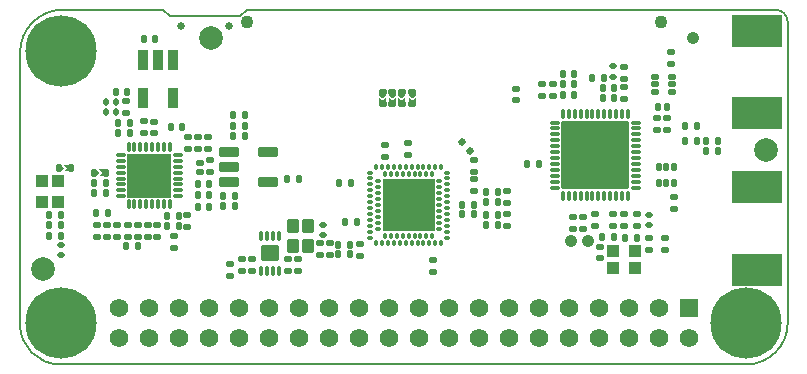
<source format=gbs>
G04*
G04 #@! TF.GenerationSoftware,Altium Limited,CircuitStudio,1.5.2 (30)*
G04*
G04 Layer_Color=8150272*
%FSLAX25Y25*%
%MOIN*%
G70*
G01*
G75*
%ADD54C,0.00500*%
G04:AMPARAMS|DCode=101|XSize=26.38mil|YSize=22.44mil|CornerRadius=6.3mil|HoleSize=0mil|Usage=FLASHONLY|Rotation=0.000|XOffset=0mil|YOffset=0mil|HoleType=Round|Shape=RoundedRectangle|*
%AMROUNDEDRECTD101*
21,1,0.02638,0.00984,0,0,0.0*
21,1,0.01378,0.02244,0,0,0.0*
1,1,0.01260,0.00689,-0.00492*
1,1,0.01260,-0.00689,-0.00492*
1,1,0.01260,-0.00689,0.00492*
1,1,0.01260,0.00689,0.00492*
%
%ADD101ROUNDEDRECTD101*%
%ADD102C,0.04137*%
G04:AMPARAMS|DCode=103|XSize=26.38mil|YSize=20.47mil|CornerRadius=5.81mil|HoleSize=0mil|Usage=FLASHONLY|Rotation=180.000|XOffset=0mil|YOffset=0mil|HoleType=Round|Shape=RoundedRectangle|*
%AMROUNDEDRECTD103*
21,1,0.02638,0.00886,0,0,180.0*
21,1,0.01476,0.02047,0,0,180.0*
1,1,0.01161,-0.00738,0.00443*
1,1,0.01161,0.00738,0.00443*
1,1,0.01161,0.00738,-0.00443*
1,1,0.01161,-0.00738,-0.00443*
%
%ADD103ROUNDEDRECTD103*%
G04:AMPARAMS|DCode=104|XSize=26.38mil|YSize=22.44mil|CornerRadius=6.3mil|HoleSize=0mil|Usage=FLASHONLY|Rotation=90.000|XOffset=0mil|YOffset=0mil|HoleType=Round|Shape=RoundedRectangle|*
%AMROUNDEDRECTD104*
21,1,0.02638,0.00984,0,0,90.0*
21,1,0.01378,0.02244,0,0,90.0*
1,1,0.01260,0.00492,0.00689*
1,1,0.01260,0.00492,-0.00689*
1,1,0.01260,-0.00492,-0.00689*
1,1,0.01260,-0.00492,0.00689*
%
%ADD104ROUNDEDRECTD104*%
G04:AMPARAMS|DCode=105|XSize=24.41mil|YSize=20.47mil|CornerRadius=5.81mil|HoleSize=0mil|Usage=FLASHONLY|Rotation=270.000|XOffset=0mil|YOffset=0mil|HoleType=Round|Shape=RoundedRectangle|*
%AMROUNDEDRECTD105*
21,1,0.02441,0.00886,0,0,270.0*
21,1,0.01280,0.02047,0,0,270.0*
1,1,0.01161,-0.00443,-0.00640*
1,1,0.01161,-0.00443,0.00640*
1,1,0.01161,0.00443,0.00640*
1,1,0.01161,0.00443,-0.00640*
%
%ADD105ROUNDEDRECTD105*%
G04:AMPARAMS|DCode=119|XSize=24.41mil|YSize=20.47mil|CornerRadius=5.81mil|HoleSize=0mil|Usage=FLASHONLY|Rotation=0.000|XOffset=0mil|YOffset=0mil|HoleType=Round|Shape=RoundedRectangle|*
%AMROUNDEDRECTD119*
21,1,0.02441,0.00886,0,0,0.0*
21,1,0.01280,0.02047,0,0,0.0*
1,1,0.01161,0.00640,-0.00443*
1,1,0.01161,-0.00640,-0.00443*
1,1,0.01161,-0.00640,0.00443*
1,1,0.01161,0.00640,0.00443*
%
%ADD119ROUNDEDRECTD119*%
%ADD122R,0.16796X0.10792*%
%ADD123C,0.07874*%
G04:AMPARAMS|DCode=126|XSize=26.38mil|YSize=20.47mil|CornerRadius=5.81mil|HoleSize=0mil|Usage=FLASHONLY|Rotation=270.000|XOffset=0mil|YOffset=0mil|HoleType=Round|Shape=RoundedRectangle|*
%AMROUNDEDRECTD126*
21,1,0.02638,0.00886,0,0,270.0*
21,1,0.01476,0.02047,0,0,270.0*
1,1,0.01161,-0.00443,-0.00738*
1,1,0.01161,-0.00443,0.00738*
1,1,0.01161,0.00443,0.00738*
1,1,0.01161,0.00443,-0.00738*
%
%ADD126ROUNDEDRECTD126*%
G04:AMPARAMS|DCode=127|XSize=16.93mil|YSize=25.76mil|CornerRadius=2.09mil|HoleSize=0mil|Usage=FLASHONLY|Rotation=180.000|XOffset=0mil|YOffset=0mil|HoleType=Round|Shape=RoundedRectangle|*
%AMROUNDEDRECTD127*
21,1,0.01693,0.02158,0,0,180.0*
21,1,0.01276,0.02576,0,0,180.0*
1,1,0.00417,-0.00638,0.01079*
1,1,0.00417,0.00638,0.01079*
1,1,0.00417,0.00638,-0.01079*
1,1,0.00417,-0.00638,-0.01079*
%
%ADD127ROUNDEDRECTD127*%
G04:AMPARAMS|DCode=128|XSize=16.93mil|YSize=25.76mil|CornerRadius=2.09mil|HoleSize=0mil|Usage=FLASHONLY|Rotation=270.000|XOffset=0mil|YOffset=0mil|HoleType=Round|Shape=RoundedRectangle|*
%AMROUNDEDRECTD128*
21,1,0.01693,0.02158,0,0,270.0*
21,1,0.01276,0.02576,0,0,270.0*
1,1,0.00417,-0.01079,-0.00638*
1,1,0.00417,-0.01079,0.00638*
1,1,0.00417,0.01079,0.00638*
1,1,0.00417,0.01079,-0.00638*
%
%ADD128ROUNDEDRECTD128*%
%ADD135C,0.02662*%
%ADD136C,0.06206*%
%ADD137R,0.06206X0.06206*%
%ADD138C,0.23748*%
%ADD139C,0.04300*%
G04:AMPARAMS|DCode=140|XSize=42.37mil|YSize=40.4mil|CornerRadius=3.37mil|HoleSize=0mil|Usage=FLASHONLY|Rotation=90.000|XOffset=0mil|YOffset=0mil|HoleType=Round|Shape=RoundedRectangle|*
%AMROUNDEDRECTD140*
21,1,0.04237,0.03366,0,0,90.0*
21,1,0.03563,0.04040,0,0,90.0*
1,1,0.00674,0.01683,0.01782*
1,1,0.00674,0.01683,-0.01782*
1,1,0.00674,-0.01683,-0.01782*
1,1,0.00674,-0.01683,0.01782*
%
%ADD140ROUNDEDRECTD140*%
G04:AMPARAMS|DCode=141|XSize=42.37mil|YSize=40.4mil|CornerRadius=3.37mil|HoleSize=0mil|Usage=FLASHONLY|Rotation=180.000|XOffset=0mil|YOffset=0mil|HoleType=Round|Shape=RoundedRectangle|*
%AMROUNDEDRECTD141*
21,1,0.04237,0.03366,0,0,180.0*
21,1,0.03563,0.04040,0,0,180.0*
1,1,0.00674,-0.01782,0.01683*
1,1,0.00674,0.01782,0.01683*
1,1,0.00674,0.01782,-0.01683*
1,1,0.00674,-0.01782,-0.01683*
%
%ADD141ROUNDEDRECTD141*%
%ADD142O,0.01284X0.03450*%
%ADD143O,0.03450X0.01284*%
%ADD144R,0.14867X0.14867*%
G04:AMPARAMS|DCode=145|XSize=227.41mil|YSize=227.41mil|CornerRadius=7.11mil|HoleSize=0mil|Usage=FLASHONLY|Rotation=90.000|XOffset=0mil|YOffset=0mil|HoleType=Round|Shape=RoundedRectangle|*
%AMROUNDEDRECTD145*
21,1,0.22741,0.21319,0,0,90.0*
21,1,0.21319,0.22741,0,0,90.0*
1,1,0.01422,0.10659,0.10659*
1,1,0.01422,0.10659,-0.10659*
1,1,0.01422,-0.10659,-0.10659*
1,1,0.01422,-0.10659,0.10659*
%
%ADD145ROUNDEDRECTD145*%
G04:AMPARAMS|DCode=146|XSize=36.47mil|YSize=14.81mil|CornerRadius=6.22mil|HoleSize=0mil|Usage=FLASHONLY|Rotation=90.000|XOffset=0mil|YOffset=0mil|HoleType=Round|Shape=RoundedRectangle|*
%AMROUNDEDRECTD146*
21,1,0.03647,0.00236,0,0,90.0*
21,1,0.02402,0.01481,0,0,90.0*
1,1,0.01245,0.00118,0.01201*
1,1,0.01245,0.00118,-0.01201*
1,1,0.01245,-0.00118,-0.01201*
1,1,0.01245,-0.00118,0.01201*
%
%ADD146ROUNDEDRECTD146*%
G04:AMPARAMS|DCode=147|XSize=36.47mil|YSize=14.81mil|CornerRadius=6.22mil|HoleSize=0mil|Usage=FLASHONLY|Rotation=180.000|XOffset=0mil|YOffset=0mil|HoleType=Round|Shape=RoundedRectangle|*
%AMROUNDEDRECTD147*
21,1,0.03647,0.00236,0,0,180.0*
21,1,0.02402,0.01481,0,0,180.0*
1,1,0.01245,-0.01201,0.00118*
1,1,0.01245,0.01201,0.00118*
1,1,0.01245,0.01201,-0.00118*
1,1,0.01245,-0.01201,-0.00118*
%
%ADD147ROUNDEDRECTD147*%
G04:AMPARAMS|DCode=148|XSize=176.23mil|YSize=176.23mil|CornerRadius=5.83mil|HoleSize=0mil|Usage=FLASHONLY|Rotation=180.000|XOffset=0mil|YOffset=0mil|HoleType=Round|Shape=RoundedRectangle|*
%AMROUNDEDRECTD148*
21,1,0.17623,0.16457,0,0,180.0*
21,1,0.16457,0.17623,0,0,180.0*
1,1,0.01166,-0.08228,0.08228*
1,1,0.01166,0.08228,0.08228*
1,1,0.01166,0.08228,-0.08228*
1,1,0.01166,-0.08228,-0.08228*
%
%ADD148ROUNDEDRECTD148*%
G04:AMPARAMS|DCode=149|XSize=18.75mil|YSize=11.66mil|CornerRadius=2.37mil|HoleSize=0mil|Usage=FLASHONLY|Rotation=270.000|XOffset=0mil|YOffset=0mil|HoleType=Round|Shape=RoundedRectangle|*
%AMROUNDEDRECTD149*
21,1,0.01875,0.00693,0,0,270.0*
21,1,0.01402,0.01166,0,0,270.0*
1,1,0.00473,-0.00347,-0.00701*
1,1,0.00473,-0.00347,0.00701*
1,1,0.00473,0.00347,0.00701*
1,1,0.00473,0.00347,-0.00701*
%
%ADD149ROUNDEDRECTD149*%
G04:AMPARAMS|DCode=150|XSize=18.75mil|YSize=11.66mil|CornerRadius=2.37mil|HoleSize=0mil|Usage=FLASHONLY|Rotation=0.000|XOffset=0mil|YOffset=0mil|HoleType=Round|Shape=RoundedRectangle|*
%AMROUNDEDRECTD150*
21,1,0.01875,0.00693,0,0,0.0*
21,1,0.01402,0.01166,0,0,0.0*
1,1,0.00473,0.00701,-0.00347*
1,1,0.00473,-0.00701,-0.00347*
1,1,0.00473,-0.00701,0.00347*
1,1,0.00473,0.00701,0.00347*
%
%ADD150ROUNDEDRECTD150*%
G04:AMPARAMS|DCode=151|XSize=59.09mil|YSize=55.15mil|CornerRadius=6.32mil|HoleSize=0mil|Usage=FLASHONLY|Rotation=180.000|XOffset=0mil|YOffset=0mil|HoleType=Round|Shape=RoundedRectangle|*
%AMROUNDEDRECTD151*
21,1,0.05909,0.04252,0,0,180.0*
21,1,0.04646,0.05515,0,0,180.0*
1,1,0.01263,-0.02323,0.02126*
1,1,0.01263,0.02323,0.02126*
1,1,0.01263,0.02323,-0.02126*
1,1,0.01263,-0.02323,-0.02126*
%
%ADD151ROUNDEDRECTD151*%
G04:AMPARAMS|DCode=152|XSize=31.53mil|YSize=13.81mil|CornerRadius=3.95mil|HoleSize=0mil|Usage=FLASHONLY|Rotation=270.000|XOffset=0mil|YOffset=0mil|HoleType=Round|Shape=RoundedRectangle|*
%AMROUNDEDRECTD152*
21,1,0.03153,0.00591,0,0,270.0*
21,1,0.02363,0.01381,0,0,270.0*
1,1,0.00791,-0.00295,-0.01181*
1,1,0.00791,-0.00295,0.01181*
1,1,0.00791,0.00295,0.01181*
1,1,0.00791,0.00295,-0.01181*
%
%ADD152ROUNDEDRECTD152*%
G04:AMPARAMS|DCode=153|XSize=28.59mil|YSize=16.78mil|CornerRadius=2.88mil|HoleSize=0mil|Usage=FLASHONLY|Rotation=180.000|XOffset=0mil|YOffset=0mil|HoleType=Round|Shape=RoundedRectangle|*
%AMROUNDEDRECTD153*
21,1,0.02859,0.01102,0,0,180.0*
21,1,0.02284,0.01678,0,0,180.0*
1,1,0.00576,-0.01142,0.00551*
1,1,0.00576,0.01142,0.00551*
1,1,0.00576,0.01142,-0.00551*
1,1,0.00576,-0.01142,-0.00551*
%
%ADD153ROUNDEDRECTD153*%
G04:AMPARAMS|DCode=154|XSize=28.59mil|YSize=16.78mil|CornerRadius=2.88mil|HoleSize=0mil|Usage=FLASHONLY|Rotation=90.000|XOffset=0mil|YOffset=0mil|HoleType=Round|Shape=RoundedRectangle|*
%AMROUNDEDRECTD154*
21,1,0.02859,0.01102,0,0,90.0*
21,1,0.02284,0.01678,0,0,90.0*
1,1,0.00576,0.00551,0.01142*
1,1,0.00576,0.00551,-0.01142*
1,1,0.00576,-0.00551,-0.01142*
1,1,0.00576,-0.00551,0.01142*
%
%ADD154ROUNDEDRECTD154*%
G04:AMPARAMS|DCode=155|XSize=26.38mil|YSize=20.47mil|CornerRadius=5.81mil|HoleSize=0mil|Usage=FLASHONLY|Rotation=225.000|XOffset=0mil|YOffset=0mil|HoleType=Round|Shape=RoundedRectangle|*
%AMROUNDEDRECTD155*
21,1,0.02638,0.00886,0,0,225.0*
21,1,0.01476,0.02047,0,0,225.0*
1,1,0.01161,-0.00835,-0.00209*
1,1,0.01161,0.00209,0.00835*
1,1,0.01161,0.00835,0.00209*
1,1,0.01161,-0.00209,-0.00835*
%
%ADD155ROUNDEDRECTD155*%
G04:AMPARAMS|DCode=156|XSize=67.96mil|YSize=32.92mil|CornerRadius=3mil|HoleSize=0mil|Usage=FLASHONLY|Rotation=90.000|XOffset=0mil|YOffset=0mil|HoleType=Round|Shape=RoundedRectangle|*
%AMROUNDEDRECTD156*
21,1,0.06796,0.02693,0,0,90.0*
21,1,0.06197,0.03292,0,0,90.0*
1,1,0.00599,0.01347,0.03098*
1,1,0.00599,0.01347,-0.03098*
1,1,0.00599,-0.01347,-0.03098*
1,1,0.00599,-0.01347,0.03098*
%
%ADD156ROUNDEDRECTD156*%
G04:AMPARAMS|DCode=157|XSize=38.19mil|YSize=46.06mil|CornerRadius=2.26mil|HoleSize=0mil|Usage=FLASHONLY|Rotation=0.000|XOffset=0mil|YOffset=0mil|HoleType=Round|Shape=RoundedRectangle|*
%AMROUNDEDRECTD157*
21,1,0.03819,0.04154,0,0,0.0*
21,1,0.03366,0.04606,0,0,0.0*
1,1,0.00453,0.01683,-0.02077*
1,1,0.00453,-0.01683,-0.02077*
1,1,0.00453,-0.01683,0.02077*
1,1,0.00453,0.01683,0.02077*
%
%ADD157ROUNDEDRECTD157*%
G04:AMPARAMS|DCode=158|XSize=68mil|YSize=33mil|CornerRadius=4.5mil|HoleSize=0mil|Usage=FLASHONLY|Rotation=180.000|XOffset=0mil|YOffset=0mil|HoleType=Round|Shape=RoundedRectangle|*
%AMROUNDEDRECTD158*
21,1,0.06800,0.02400,0,0,180.0*
21,1,0.05900,0.03300,0,0,180.0*
1,1,0.00900,-0.02950,0.01200*
1,1,0.00900,0.02950,0.01200*
1,1,0.00900,0.02950,-0.01200*
1,1,0.00900,-0.02950,-0.01200*
%
%ADD158ROUNDEDRECTD158*%
G36*
X1051006Y763781D02*
X1049306D01*
Y763881D01*
X1050206Y764781D01*
Y765081D01*
X1049306Y765981D01*
Y766081D01*
X1051006D01*
Y763781D01*
D02*
G37*
G36*
X1156676Y786681D02*
X1154376D01*
Y788381D01*
X1154476D01*
X1155376Y787481D01*
X1155676D01*
X1156576Y788381D01*
X1156676D01*
Y786681D01*
D02*
G37*
G36*
X1159876D02*
X1157576D01*
Y788381D01*
X1157676D01*
X1158576Y787481D01*
X1158876D01*
X1159776Y788381D01*
X1159876D01*
Y786681D01*
D02*
G37*
G36*
X1060946Y763551D02*
Y763251D01*
X1059946Y762251D01*
X1059146D01*
Y764551D01*
X1059946D01*
X1060946Y763551D01*
D02*
G37*
G36*
X1062706Y762251D02*
X1061006D01*
Y762351D01*
X1061906Y763251D01*
Y763551D01*
X1061006Y764451D01*
Y764551D01*
X1062706D01*
Y762251D01*
D02*
G37*
G36*
X1049246Y765081D02*
Y764781D01*
X1048246Y763781D01*
X1047446D01*
Y766081D01*
X1048246D01*
X1049246Y765081D01*
D02*
G37*
G36*
X1159876Y789281D02*
X1158876Y788281D01*
X1158576D01*
X1157576Y789281D01*
Y790081D01*
X1159876D01*
Y789281D01*
D02*
G37*
G36*
X1163076D02*
X1162076Y788281D01*
X1161776D01*
X1160776Y789281D01*
Y790081D01*
X1163076D01*
Y789281D01*
D02*
G37*
G36*
X1166476D02*
X1165476Y788281D01*
X1165176D01*
X1164176Y789281D01*
Y790081D01*
X1166476D01*
Y789281D01*
D02*
G37*
G36*
X1163076Y786681D02*
X1160776D01*
Y788381D01*
X1160876D01*
X1161776Y787481D01*
X1162076D01*
X1162976Y788381D01*
X1163076D01*
Y786681D01*
D02*
G37*
G36*
X1166476D02*
X1164176D01*
Y788381D01*
X1164276D01*
X1165176Y787481D01*
X1165476D01*
X1166376Y788381D01*
X1166476D01*
Y786681D01*
D02*
G37*
G36*
X1156676Y789281D02*
X1155676Y788281D01*
X1155376D01*
X1154376Y789281D01*
Y790081D01*
X1156676D01*
Y789281D01*
D02*
G37*
D54*
X1276749Y699502D02*
G03*
X1290528Y713281I0J13780D01*
G01*
X1034623Y712769D02*
G03*
X1047891Y699502I13268J0D01*
G01*
X1048995Y817730D02*
G03*
X1034623Y803358I0J-14372D01*
G01*
X1290528Y813564D02*
G03*
X1286362Y817730I-4166J0D01*
G01*
X1047891Y699502D02*
X1276749Y699502D01*
X1034623Y712769D02*
X1034623Y796470D01*
X1290528Y718006D02*
Y767631D01*
X1084591Y815466D02*
X1107961D01*
X1034623Y796470D02*
Y803358D01*
X1290528Y713281D02*
Y718006D01*
X1110224Y817730D02*
X1286362D01*
X1290528Y767631D02*
Y813564D01*
X1082327Y817730D02*
X1084591Y815466D01*
X1048995Y817730D02*
X1082327D01*
X1107961Y815466D02*
X1110224Y817730D01*
D101*
X1236076Y798550D02*
D03*
Y794613D02*
D03*
X1137806Y739940D02*
D03*
Y736003D02*
D03*
X1134506Y739920D02*
D03*
Y735983D02*
D03*
X1199991Y787484D02*
D03*
Y791421D02*
D03*
X1085876Y738413D02*
D03*
Y742350D02*
D03*
X1090776Y775150D02*
D03*
Y771213D02*
D03*
X1111976Y730743D02*
D03*
Y734680D02*
D03*
X1244141Y741698D02*
D03*
Y737761D02*
D03*
X1240204Y745635D02*
D03*
Y749572D02*
D03*
X1236076Y787913D02*
D03*
Y791850D02*
D03*
X1247103Y777572D02*
D03*
Y781509D02*
D03*
X1222276Y744713D02*
D03*
Y748650D02*
D03*
X1232330Y749572D02*
D03*
Y745635D02*
D03*
X1212251Y792879D02*
D03*
Y788942D02*
D03*
X1208708D02*
D03*
Y792879D02*
D03*
X1097376Y775150D02*
D03*
Y771213D02*
D03*
X1156175Y768727D02*
D03*
Y772664D02*
D03*
X1147876Y739550D02*
D03*
Y735613D02*
D03*
X1172376Y734150D02*
D03*
Y730213D02*
D03*
X1164032Y773242D02*
D03*
Y769305D02*
D03*
X1060176Y746050D02*
D03*
Y742113D02*
D03*
X1076076Y780450D02*
D03*
Y776513D02*
D03*
X1079239Y780427D02*
D03*
Y776490D02*
D03*
X1070479Y746027D02*
D03*
Y742090D02*
D03*
X1077172D02*
D03*
Y746027D02*
D03*
X1080322Y742090D02*
D03*
Y746027D02*
D03*
X1227976Y738750D02*
D03*
Y734813D02*
D03*
X1090410Y745289D02*
D03*
Y749226D02*
D03*
X1069876Y787250D02*
D03*
Y783313D02*
D03*
X1252676Y755350D02*
D03*
Y751413D02*
D03*
X1236070Y749572D02*
D03*
Y745635D02*
D03*
X1250253Y777572D02*
D03*
Y781509D02*
D03*
X1251631Y799620D02*
D03*
Y803557D02*
D03*
D102*
X1259076Y808281D02*
D03*
X1218396Y740711D02*
D03*
X1223876Y740681D02*
D03*
D103*
X1249476Y737681D02*
D03*
Y741681D02*
D03*
X1124026Y734711D02*
D03*
Y730711D02*
D03*
X1127216Y734671D02*
D03*
Y730671D02*
D03*
X1108586Y734741D02*
D03*
Y730741D02*
D03*
X1165316Y786401D02*
D03*
Y790401D02*
D03*
X1161956Y786401D02*
D03*
Y790401D02*
D03*
X1158716Y786391D02*
D03*
Y790391D02*
D03*
X1155536Y786411D02*
D03*
Y790411D02*
D03*
X1196956Y753243D02*
D03*
Y757243D02*
D03*
X1196956Y745566D02*
D03*
Y749566D02*
D03*
X1218876Y748681D02*
D03*
Y744681D02*
D03*
X1186080Y763761D02*
D03*
Y767761D02*
D03*
X1185953Y757245D02*
D03*
Y761245D02*
D03*
X1104576Y728881D02*
D03*
Y732881D02*
D03*
X1073876Y746081D02*
D03*
Y742081D02*
D03*
X1067076D02*
D03*
Y746081D02*
D03*
X1094076Y775181D02*
D03*
Y771181D02*
D03*
X1063576Y746081D02*
D03*
Y742081D02*
D03*
X1226425Y745604D02*
D03*
Y749604D02*
D03*
X1097976Y767581D02*
D03*
Y763581D02*
D03*
D104*
X1048344Y749181D02*
D03*
X1044407D02*
D03*
X1070444Y790381D02*
D03*
X1066507D02*
D03*
X1048344Y742381D02*
D03*
X1044407D02*
D03*
X1048344Y745781D02*
D03*
X1044407D02*
D03*
X1059207Y763381D02*
D03*
X1063144D02*
D03*
X1240204Y741698D02*
D03*
X1236267D02*
D03*
X1232527Y741895D02*
D03*
X1228590D02*
D03*
X1207724Y766305D02*
D03*
X1203787D02*
D03*
X1229144Y794981D02*
D03*
X1225207D02*
D03*
X1219444Y789181D02*
D03*
X1215507D02*
D03*
X1219444Y792781D02*
D03*
X1215507D02*
D03*
X1232744Y791681D02*
D03*
X1228807D02*
D03*
X1232744Y788181D02*
D03*
X1228807D02*
D03*
X1215507Y796381D02*
D03*
X1219444D02*
D03*
X1144944Y759781D02*
D03*
X1141007D02*
D03*
X1143107Y747081D02*
D03*
X1147044D02*
D03*
X1063146Y760053D02*
D03*
X1059209D02*
D03*
X1059207Y756681D02*
D03*
X1063144D02*
D03*
X1060007Y750081D02*
D03*
X1063944D02*
D03*
X1074022Y738940D02*
D03*
X1070085D02*
D03*
X1097792Y759757D02*
D03*
X1093855D02*
D03*
X1084807Y778681D02*
D03*
X1088744D02*
D03*
X1067207Y776581D02*
D03*
X1071144D02*
D03*
X1067207Y779981D02*
D03*
X1071144D02*
D03*
X1097792Y755919D02*
D03*
X1093855D02*
D03*
X1097792Y752080D02*
D03*
X1093855D02*
D03*
X1127615Y761234D02*
D03*
X1123678D02*
D03*
X1079780Y807887D02*
D03*
X1075843D02*
D03*
X1109603Y782494D02*
D03*
X1105666D02*
D03*
X1109603Y779049D02*
D03*
X1105666D02*
D03*
X1109579Y775662D02*
D03*
X1105642D02*
D03*
X1182007Y749481D02*
D03*
X1185944D02*
D03*
Y752681D02*
D03*
X1182007D02*
D03*
D105*
X1063203Y783681D02*
D03*
X1066549D02*
D03*
X1063203Y786981D02*
D03*
X1066549D02*
D03*
D119*
X1135766Y742534D02*
D03*
Y745880D02*
D03*
X1048275Y739354D02*
D03*
Y736007D02*
D03*
X1244141Y745931D02*
D03*
Y749277D02*
D03*
X1232330Y798785D02*
D03*
Y795439D02*
D03*
D122*
X1280174Y758448D02*
D03*
Y730948D02*
D03*
Y810614D02*
D03*
Y783114D02*
D03*
D123*
X1283127Y770886D02*
D03*
X1098136Y808401D02*
D03*
X1042280Y731214D02*
D03*
D126*
X1102176Y755581D02*
D03*
X1106176D02*
D03*
X1051556Y764911D02*
D03*
X1047556D02*
D03*
X1260176Y778981D02*
D03*
X1256176D02*
D03*
X1260176Y773981D02*
D03*
X1256176D02*
D03*
X1267176Y770581D02*
D03*
X1263176D02*
D03*
X1267176Y773881D02*
D03*
X1263176D02*
D03*
X1190059Y756795D02*
D03*
X1194059D02*
D03*
X1190035Y753557D02*
D03*
X1194035D02*
D03*
X1190059Y749118D02*
D03*
X1194059D02*
D03*
X1083587Y745486D02*
D03*
X1087587D02*
D03*
X1102176Y752281D02*
D03*
X1106176D02*
D03*
X1190059Y745870D02*
D03*
X1194059D02*
D03*
X1140566Y739411D02*
D03*
X1144566D02*
D03*
X1083587Y749029D02*
D03*
X1087587D02*
D03*
X1140576Y736181D02*
D03*
X1144576D02*
D03*
D127*
X1247176Y785281D02*
D03*
X1250176D02*
D03*
D128*
X1094576Y763681D02*
D03*
Y766681D02*
D03*
D135*
X1104348Y812331D02*
D03*
X1088403D02*
D03*
D136*
X1097576Y718281D02*
D03*
Y708281D02*
D03*
X1087576Y718281D02*
D03*
Y708281D02*
D03*
X1077576Y718281D02*
D03*
Y708281D02*
D03*
X1067576Y718281D02*
D03*
Y708281D02*
D03*
X1107576D02*
D03*
Y718281D02*
D03*
X1117576Y708281D02*
D03*
Y718281D02*
D03*
X1127576Y708281D02*
D03*
Y718281D02*
D03*
X1137576Y708281D02*
D03*
Y718281D02*
D03*
X1147576Y708281D02*
D03*
Y718281D02*
D03*
X1157576Y708281D02*
D03*
Y718281D02*
D03*
X1167576Y708281D02*
D03*
Y718281D02*
D03*
X1177576Y708281D02*
D03*
Y718281D02*
D03*
X1187576Y708281D02*
D03*
Y718281D02*
D03*
X1197576Y708281D02*
D03*
Y718281D02*
D03*
X1207576Y708281D02*
D03*
Y718281D02*
D03*
X1217576Y708281D02*
D03*
Y718281D02*
D03*
X1227576Y708281D02*
D03*
Y718281D02*
D03*
X1237576Y708281D02*
D03*
Y718281D02*
D03*
X1247576Y708281D02*
D03*
Y718281D02*
D03*
X1257576Y708281D02*
D03*
D137*
Y718281D02*
D03*
D138*
X1048402Y713281D02*
D03*
Y803832D02*
D03*
X1276749Y713281D02*
D03*
D139*
X1110176Y813561D02*
D03*
X1248276D02*
D03*
D140*
X1047398Y753458D02*
D03*
X1041887D02*
D03*
Y760742D02*
D03*
X1047398D02*
D03*
D141*
X1239717Y737237D02*
D03*
Y731725D02*
D03*
X1232434D02*
D03*
Y737237D02*
D03*
D142*
X1084603Y752868D02*
D03*
X1082635D02*
D03*
X1080666D02*
D03*
X1078698D02*
D03*
X1076729D02*
D03*
X1074761D02*
D03*
X1072792D02*
D03*
X1070824D02*
D03*
Y771962D02*
D03*
X1072792D02*
D03*
X1074761D02*
D03*
X1076729D02*
D03*
X1078698D02*
D03*
X1080666D02*
D03*
X1082635D02*
D03*
X1084603D02*
D03*
D143*
X1068166Y755525D02*
D03*
Y757494D02*
D03*
Y759462D02*
D03*
Y761431D02*
D03*
Y763399D02*
D03*
Y765368D02*
D03*
Y767336D02*
D03*
Y769305D02*
D03*
X1087261D02*
D03*
Y767336D02*
D03*
Y765368D02*
D03*
Y763399D02*
D03*
Y761431D02*
D03*
Y759462D02*
D03*
Y757494D02*
D03*
Y755525D02*
D03*
D144*
X1077713Y762415D02*
D03*
D145*
X1226425Y769257D02*
D03*
D146*
X1237251Y782840D02*
D03*
X1235283D02*
D03*
X1233314D02*
D03*
X1231346D02*
D03*
X1229377D02*
D03*
X1227409D02*
D03*
X1225440D02*
D03*
X1223472D02*
D03*
X1221503D02*
D03*
X1219535D02*
D03*
X1217566D02*
D03*
X1215598D02*
D03*
Y755675D02*
D03*
X1217566D02*
D03*
X1219535D02*
D03*
X1221503D02*
D03*
X1223472D02*
D03*
X1225440D02*
D03*
X1227409D02*
D03*
X1229377D02*
D03*
X1231346D02*
D03*
X1233314D02*
D03*
X1235283D02*
D03*
X1237251D02*
D03*
D147*
X1212842Y780084D02*
D03*
Y778116D02*
D03*
Y776147D02*
D03*
Y774179D02*
D03*
Y772210D02*
D03*
Y770242D02*
D03*
Y768273D02*
D03*
Y766305D02*
D03*
Y764336D02*
D03*
Y762368D02*
D03*
Y760399D02*
D03*
Y758431D02*
D03*
X1240007D02*
D03*
Y760399D02*
D03*
Y762368D02*
D03*
Y764336D02*
D03*
Y766305D02*
D03*
Y768273D02*
D03*
Y770242D02*
D03*
Y772210D02*
D03*
Y774179D02*
D03*
Y776147D02*
D03*
Y778116D02*
D03*
Y780084D02*
D03*
D148*
X1164176Y752601D02*
D03*
D149*
X1172050Y762837D02*
D03*
X1170081D02*
D03*
X1168113D02*
D03*
X1166144D02*
D03*
X1164176D02*
D03*
X1162207D02*
D03*
X1160239D02*
D03*
X1158270D02*
D03*
X1156302D02*
D03*
Y742365D02*
D03*
X1158270D02*
D03*
X1160239D02*
D03*
X1162207D02*
D03*
X1164176D02*
D03*
X1166144D02*
D03*
X1168113D02*
D03*
X1170081D02*
D03*
X1172050D02*
D03*
X1175002Y765396D02*
D03*
X1173034D02*
D03*
X1171065D02*
D03*
X1169097D02*
D03*
X1167128D02*
D03*
X1165160D02*
D03*
X1163191D02*
D03*
X1161223D02*
D03*
X1159254D02*
D03*
X1157286D02*
D03*
X1155317D02*
D03*
X1153349D02*
D03*
Y739806D02*
D03*
X1155317D02*
D03*
X1157286D02*
D03*
X1159254D02*
D03*
X1161223D02*
D03*
X1163191D02*
D03*
X1165160D02*
D03*
X1167128D02*
D03*
X1169097D02*
D03*
X1171065D02*
D03*
X1173034D02*
D03*
X1175002D02*
D03*
D150*
X1153939Y760475D02*
D03*
Y758507D02*
D03*
Y756538D02*
D03*
Y754570D02*
D03*
Y752601D02*
D03*
Y750633D02*
D03*
Y748664D02*
D03*
Y746696D02*
D03*
Y744727D02*
D03*
X1174412D02*
D03*
Y746696D02*
D03*
Y748664D02*
D03*
Y750633D02*
D03*
Y752601D02*
D03*
Y754570D02*
D03*
Y756538D02*
D03*
Y758507D02*
D03*
Y760475D02*
D03*
X1151380Y763428D02*
D03*
Y761459D02*
D03*
Y759491D02*
D03*
Y757522D02*
D03*
Y755554D02*
D03*
Y753585D02*
D03*
Y751617D02*
D03*
Y749648D02*
D03*
Y747680D02*
D03*
Y745711D02*
D03*
Y743743D02*
D03*
Y741774D02*
D03*
X1176971D02*
D03*
Y743743D02*
D03*
Y745711D02*
D03*
Y747680D02*
D03*
Y749648D02*
D03*
Y751617D02*
D03*
Y753585D02*
D03*
Y755554D02*
D03*
Y757522D02*
D03*
Y759491D02*
D03*
Y761459D02*
D03*
Y763428D02*
D03*
D151*
X1117936Y736511D02*
D03*
D152*
X1114983Y730605D02*
D03*
X1116952D02*
D03*
X1118920D02*
D03*
X1120889D02*
D03*
Y742417D02*
D03*
X1118920D02*
D03*
X1116952D02*
D03*
X1114983D02*
D03*
D153*
X1251832Y795340D02*
D03*
Y792781D02*
D03*
Y790222D02*
D03*
X1246320Y795340D02*
D03*
Y792781D02*
D03*
Y790222D02*
D03*
D154*
X1252635Y759925D02*
D03*
X1250076D02*
D03*
X1247517D02*
D03*
X1252635Y765437D02*
D03*
X1250076D02*
D03*
X1247517D02*
D03*
D155*
X1181909Y773475D02*
D03*
X1184738Y770646D02*
D03*
D156*
X1080792Y801006D02*
D03*
X1085792D02*
D03*
X1075792D02*
D03*
X1085792Y788250D02*
D03*
X1075792D02*
D03*
D157*
X1130735Y745627D02*
D03*
X1125616D02*
D03*
Y738935D02*
D03*
X1130735D02*
D03*
D158*
X1104433Y760368D02*
D03*
Y765368D02*
D03*
Y770368D02*
D03*
X1117333Y760368D02*
D03*
Y770368D02*
D03*
M02*

</source>
